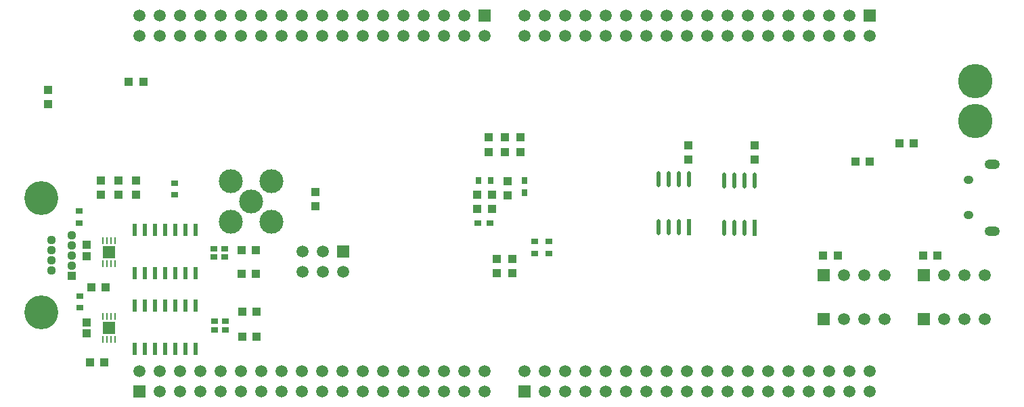
<source format=gbr>
%TF.GenerationSoftware,Altium Limited,Altium Designer,22.1.2 (22)*%
G04 Layer_Color=255*
%FSLAX45Y45*%
%MOMM*%
%TF.SameCoordinates,3CA235EB-07BA-4011-868A-CA015CDCDCF0*%
%TF.FilePolarity,Positive*%
%TF.FileFunction,Pads,Bot*%
%TF.Part,Single*%
G01*
G75*
%TA.AperFunction,SMDPad,CuDef*%
%ADD10R,1.10000X1.00000*%
%ADD20R,0.90000X0.70000*%
%ADD26R,1.00000X1.10000*%
%ADD31R,0.90000X0.80000*%
%ADD42R,0.70000X0.90000*%
%TA.AperFunction,ComponentPad*%
%ADD58C,1.50000*%
%ADD59R,1.50000X1.50000*%
%ADD60C,4.24000*%
%ADD61R,1.12000X1.12000*%
%ADD62C,1.12000*%
%ADD63O,1.90000X1.20000*%
%ADD64O,1.25000X1.05000*%
%ADD65C,4.30000*%
%ADD66C,3.00000*%
%TA.AperFunction,SMDPad,CuDef*%
%ADD72R,1.10000X1.05000*%
%ADD73R,0.60000X1.55000*%
%ADD74R,0.50000X2.00000*%
%ADD75O,0.50000X2.00000*%
%ADD76R,0.70000X0.85000*%
%ADD77R,0.85000X0.70000*%
%ADD78R,1.60000X1.50000*%
G04:AMPARAMS|DCode=79|XSize=0.85mm|YSize=0.25mm|CornerRadius=0.125mm|HoleSize=0mm|Usage=FLASHONLY|Rotation=90.000|XOffset=0mm|YOffset=0mm|HoleType=Round|Shape=RoundedRectangle|*
%AMROUNDEDRECTD79*
21,1,0.85000,0.00000,0,0,90.0*
21,1,0.60000,0.25000,0,0,90.0*
1,1,0.25000,0.00000,0.30000*
1,1,0.25000,0.00000,-0.30000*
1,1,0.25000,0.00000,-0.30000*
1,1,0.25000,0.00000,0.30000*
%
%ADD79ROUNDEDRECTD79*%
D10*
X3880000Y2460000D02*
D03*
Y2640000D02*
D03*
X9380000Y3230000D02*
D03*
Y3050000D02*
D03*
X8550000Y3230000D02*
D03*
Y3050000D02*
D03*
X540000Y3920000D02*
D03*
Y3740000D02*
D03*
X1200000Y2610000D02*
D03*
Y2790000D02*
D03*
X1640000D02*
D03*
Y2610000D02*
D03*
X1420000Y2790000D02*
D03*
Y2610000D02*
D03*
X6290000Y2600000D02*
D03*
Y2780000D02*
D03*
X6450000Y3325000D02*
D03*
Y3145000D02*
D03*
X6250000Y3325000D02*
D03*
Y3145000D02*
D03*
X6150000Y1625000D02*
D03*
Y1805000D02*
D03*
X6350000Y1625000D02*
D03*
Y1805000D02*
D03*
X6050000Y3325000D02*
D03*
Y3145000D02*
D03*
D20*
X2120000Y2605000D02*
D03*
Y2755000D02*
D03*
X930000Y2255000D02*
D03*
Y2405000D02*
D03*
X940000Y1190000D02*
D03*
Y1340000D02*
D03*
X6630000Y2025000D02*
D03*
Y1875000D02*
D03*
X6800000Y2025000D02*
D03*
Y1875000D02*
D03*
D26*
X1060000Y510000D02*
D03*
X1240000D02*
D03*
X1080425Y1450000D02*
D03*
X1260425D02*
D03*
X3150000Y830000D02*
D03*
X2970000D02*
D03*
X3150000Y1140000D02*
D03*
X2970000D02*
D03*
X3140000Y1910000D02*
D03*
X2960000D02*
D03*
X3140000Y1620000D02*
D03*
X2960000D02*
D03*
X10820000Y3020000D02*
D03*
X10640000D02*
D03*
X11190000Y3250000D02*
D03*
X11370000D02*
D03*
X10415000Y1850000D02*
D03*
X10235000D02*
D03*
X11485000D02*
D03*
X11665000D02*
D03*
X1550000Y4021925D02*
D03*
X1730000D02*
D03*
X5910000Y2610000D02*
D03*
X6090000D02*
D03*
X5910000Y2430000D02*
D03*
X6090000D02*
D03*
D31*
X2760000Y915000D02*
D03*
X2620000D02*
D03*
Y1025000D02*
D03*
X2760000D02*
D03*
X2750000Y1935000D02*
D03*
X2610000D02*
D03*
Y1825000D02*
D03*
X2750000D02*
D03*
D42*
X5925000Y2790000D02*
D03*
X6075000D02*
D03*
D58*
X7008000Y146000D02*
D03*
X7262000D02*
D03*
X7262000Y400000D02*
D03*
X7516000Y146000D02*
D03*
X7516000Y400000D02*
D03*
X12258000Y1050000D02*
D03*
X12004000D02*
D03*
X11750000D02*
D03*
X12258000Y1600000D02*
D03*
X12004000D02*
D03*
X11750000D02*
D03*
X5492000Y146000D02*
D03*
X6500000Y400000D02*
D03*
X6754000Y146000D02*
D03*
Y400000D02*
D03*
X7008000D02*
D03*
X7770000Y146000D02*
D03*
Y400000D02*
D03*
X8024000Y146000D02*
D03*
X8024000Y400000D02*
D03*
X8278000Y146000D02*
D03*
Y400000D02*
D03*
X8532000Y146000D02*
D03*
Y400000D02*
D03*
X8786000Y146000D02*
D03*
Y400000D02*
D03*
X9040000Y146000D02*
D03*
Y400000D02*
D03*
X9294000Y146000D02*
D03*
X9294000Y400000D02*
D03*
X9548000Y146000D02*
D03*
X9548000Y400000D02*
D03*
X9802000Y146000D02*
D03*
Y400000D02*
D03*
X10056000Y146000D02*
D03*
Y400000D02*
D03*
X10310000Y146000D02*
D03*
X10310000Y400000D02*
D03*
X10564000Y146000D02*
D03*
Y400000D02*
D03*
X10818000Y146000D02*
D03*
Y400000D02*
D03*
X1682000D02*
D03*
X1936000Y146000D02*
D03*
Y400000D02*
D03*
X2190001Y146000D02*
D03*
X2190000Y400000D02*
D03*
X2444000Y146000D02*
D03*
X2444000Y400000D02*
D03*
X2698000Y146000D02*
D03*
X2698000Y400000D02*
D03*
X2952000Y146000D02*
D03*
Y400000D02*
D03*
X3206000Y146000D02*
D03*
X3206000Y400000D02*
D03*
X3460000Y146000D02*
D03*
X3460000Y400000D02*
D03*
X3714000Y146000D02*
D03*
Y400000D02*
D03*
X3968000Y146000D02*
D03*
Y400000D02*
D03*
X4222000Y146000D02*
D03*
Y400000D02*
D03*
X4476001Y146000D02*
D03*
X4476000Y400000D02*
D03*
X4730000Y146000D02*
D03*
X4730000Y400000D02*
D03*
X4984000Y146000D02*
D03*
Y400000D02*
D03*
X5238000Y146000D02*
D03*
Y400000D02*
D03*
X5492000D02*
D03*
X5746000Y146000D02*
D03*
X5746000Y400000D02*
D03*
X6000000Y146000D02*
D03*
X6000000Y400000D02*
D03*
X4229000Y1646000D02*
D03*
X3975000Y1900000D02*
D03*
Y1646000D02*
D03*
X3721000Y1900000D02*
D03*
Y1646000D02*
D03*
X11000000Y1600000D02*
D03*
X10746000D02*
D03*
X10492000D02*
D03*
X11000000Y1050000D02*
D03*
X10746000D02*
D03*
X10492000D02*
D03*
X6500000Y4596000D02*
D03*
X6500000Y4850000D02*
D03*
X6754000Y4596000D02*
D03*
Y4850000D02*
D03*
X7008000Y4596000D02*
D03*
X7008000Y4850000D02*
D03*
X7262000Y4596000D02*
D03*
Y4850000D02*
D03*
X7516000Y4596000D02*
D03*
Y4850000D02*
D03*
X7770000Y4596000D02*
D03*
X7770000Y4850000D02*
D03*
X8024000Y4596000D02*
D03*
X8024000Y4850000D02*
D03*
X8278000Y4596000D02*
D03*
Y4850000D02*
D03*
X8532000Y4596000D02*
D03*
Y4850000D02*
D03*
X8786000Y4596000D02*
D03*
X8786000Y4850000D02*
D03*
X9040000Y4596000D02*
D03*
Y4850000D02*
D03*
X9294000Y4596000D02*
D03*
X9294000Y4850000D02*
D03*
X9548000Y4596000D02*
D03*
Y4850000D02*
D03*
X9802000Y4596000D02*
D03*
X9802000Y4850000D02*
D03*
X10056000Y4596000D02*
D03*
X10056000Y4850000D02*
D03*
X10310000Y4596000D02*
D03*
Y4850000D02*
D03*
X10564000Y4596000D02*
D03*
Y4850000D02*
D03*
X10818000Y4596000D02*
D03*
X1682000D02*
D03*
Y4850000D02*
D03*
X1936000Y4596000D02*
D03*
X1936000Y4850000D02*
D03*
X2190000Y4596000D02*
D03*
Y4850000D02*
D03*
X2444000Y4596000D02*
D03*
Y4850000D02*
D03*
X2698000Y4596000D02*
D03*
Y4850000D02*
D03*
X2952000Y4596000D02*
D03*
X2952000Y4850000D02*
D03*
X3206000Y4596000D02*
D03*
X3206000Y4850000D02*
D03*
X3460000Y4596000D02*
D03*
Y4850000D02*
D03*
X3714000Y4596000D02*
D03*
Y4850000D02*
D03*
X3968000Y4596000D02*
D03*
Y4850000D02*
D03*
X4222000Y4596000D02*
D03*
X4222000Y4850000D02*
D03*
X4476000Y4596000D02*
D03*
Y4850000D02*
D03*
X4730000Y4596000D02*
D03*
Y4850000D02*
D03*
X4984000Y4596000D02*
D03*
Y4850000D02*
D03*
X5238000Y4596000D02*
D03*
Y4850000D02*
D03*
X5492000Y4596000D02*
D03*
X5492000Y4850000D02*
D03*
X5746000Y4596000D02*
D03*
Y4850000D02*
D03*
X6000000Y4596000D02*
D03*
D59*
X11496000Y1050000D02*
D03*
X11496000Y1600000D02*
D03*
X6500000Y146000D02*
D03*
X1682000D02*
D03*
X4229000Y1900000D02*
D03*
X10238000Y1600000D02*
D03*
Y1050000D02*
D03*
X10818000Y4850000D02*
D03*
X6000000D02*
D03*
D60*
X454500Y1132500D02*
D03*
Y2567500D02*
D03*
D61*
X835500Y1596000D02*
D03*
D62*
X835500Y1723000D02*
D03*
Y1850000D02*
D03*
Y1977000D02*
D03*
Y2104000D02*
D03*
X581500Y1659500D02*
D03*
X581500Y1786500D02*
D03*
Y1913500D02*
D03*
X581500Y2040500D02*
D03*
D63*
X12350000Y2155000D02*
D03*
Y2990000D02*
D03*
D64*
X12050000Y2795000D02*
D03*
X12050000Y2350000D02*
D03*
D65*
X12140000Y4030000D02*
D03*
Y3530000D02*
D03*
D66*
X3080000Y2520000D02*
D03*
X3333992Y2265992D02*
D03*
Y2773992D02*
D03*
X2825992D02*
D03*
Y2265992D02*
D03*
D72*
X1020000Y1010000D02*
D03*
Y870000D02*
D03*
Y1980000D02*
D03*
Y1840000D02*
D03*
D73*
X2381000Y680000D02*
D03*
X2254000D02*
D03*
X2127000D02*
D03*
X2000000D02*
D03*
X1873000D02*
D03*
X1746000D02*
D03*
X1619000D02*
D03*
Y1220000D02*
D03*
X1746000D02*
D03*
X1873000D02*
D03*
X2000000D02*
D03*
X2127000D02*
D03*
X2254000D02*
D03*
X2381000D02*
D03*
Y1630000D02*
D03*
X2254000D02*
D03*
X2127000D02*
D03*
X2000000D02*
D03*
X1873000D02*
D03*
X1746000D02*
D03*
X1619000D02*
D03*
Y2170000D02*
D03*
X1746000D02*
D03*
X1873000D02*
D03*
X2000000D02*
D03*
X2127000D02*
D03*
X2254000D02*
D03*
X2381000D02*
D03*
D74*
X9381000Y2190000D02*
D03*
X8554000Y2200000D02*
D03*
D75*
X9254000Y2190000D02*
D03*
X9127000D02*
D03*
X9000000D02*
D03*
X9381000Y2790000D02*
D03*
X9254000D02*
D03*
X9127000D02*
D03*
X9000000D02*
D03*
X8173000Y2800000D02*
D03*
X8300000D02*
D03*
X8427000D02*
D03*
X8554000D02*
D03*
X8173000Y2200000D02*
D03*
X8300000D02*
D03*
X8427000D02*
D03*
D76*
X6500000Y2785000D02*
D03*
Y2630000D02*
D03*
D77*
X6067500Y2250000D02*
D03*
X5912500D02*
D03*
D78*
X1300000Y940000D02*
D03*
Y1890000D02*
D03*
D79*
X1375000Y1745000D02*
D03*
X1325000D02*
D03*
X1275000D02*
D03*
X1225000D02*
D03*
Y2035000D02*
D03*
X1275000D02*
D03*
X1325000D02*
D03*
X1375000D02*
D03*
X1374999Y795000D02*
D03*
X1324999D02*
D03*
X1275000D02*
D03*
X1225000D02*
D03*
Y1085000D02*
D03*
X1275000D02*
D03*
X1324999D02*
D03*
X1374999D02*
D03*
%TF.MD5,22ce89506ac2f1458e7515d6d6c30e3e*%
M02*

</source>
